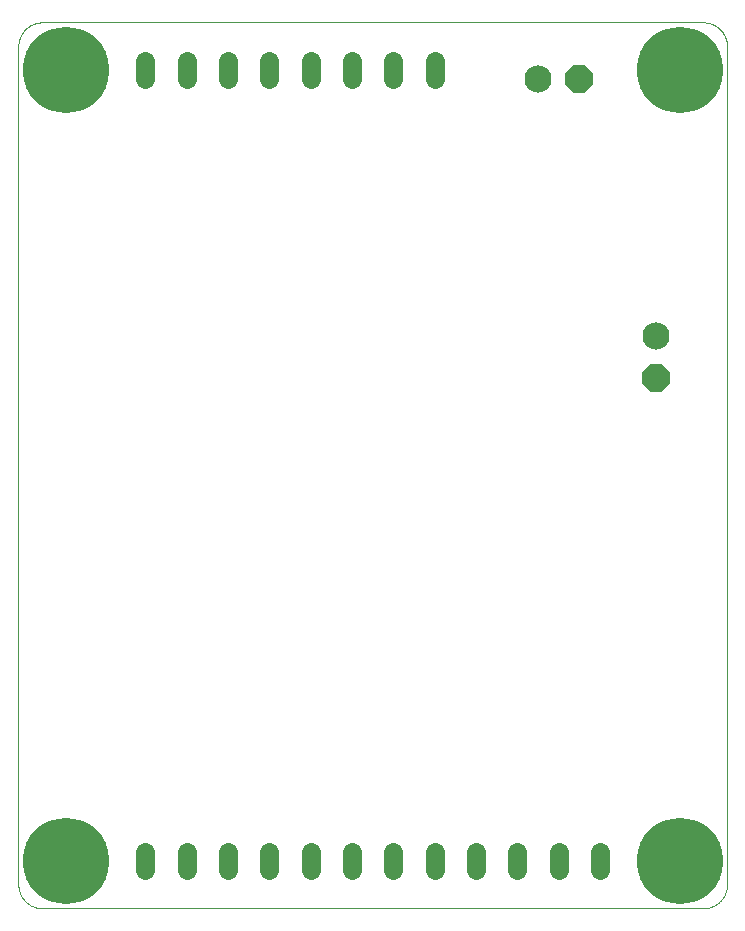
<source format=gbs>
G75*
%MOIN*%
%OFA0B0*%
%FSLAX25Y25*%
%IPPOS*%
%LPD*%
%AMOC8*
5,1,8,0,0,1.08239X$1,22.5*
%
%ADD10C,0.00400*%
%ADD11C,0.09061*%
%ADD12OC8,0.09061*%
%ADD13C,0.06337*%
%ADD14C,0.28746*%
D10*
X0001394Y0009268D02*
X0001394Y0288795D01*
X0001396Y0288985D01*
X0001403Y0289175D01*
X0001415Y0289365D01*
X0001431Y0289555D01*
X0001451Y0289744D01*
X0001477Y0289933D01*
X0001506Y0290121D01*
X0001541Y0290308D01*
X0001580Y0290494D01*
X0001623Y0290679D01*
X0001671Y0290864D01*
X0001723Y0291047D01*
X0001779Y0291228D01*
X0001840Y0291408D01*
X0001906Y0291587D01*
X0001975Y0291764D01*
X0002049Y0291940D01*
X0002127Y0292113D01*
X0002210Y0292285D01*
X0002296Y0292454D01*
X0002386Y0292622D01*
X0002481Y0292787D01*
X0002579Y0292950D01*
X0002682Y0293110D01*
X0002788Y0293268D01*
X0002898Y0293423D01*
X0003011Y0293576D01*
X0003129Y0293726D01*
X0003250Y0293872D01*
X0003374Y0294016D01*
X0003502Y0294157D01*
X0003633Y0294295D01*
X0003768Y0294430D01*
X0003906Y0294561D01*
X0004047Y0294689D01*
X0004191Y0294813D01*
X0004337Y0294934D01*
X0004487Y0295052D01*
X0004640Y0295165D01*
X0004795Y0295275D01*
X0004953Y0295381D01*
X0005113Y0295484D01*
X0005276Y0295582D01*
X0005441Y0295677D01*
X0005609Y0295767D01*
X0005778Y0295853D01*
X0005950Y0295936D01*
X0006123Y0296014D01*
X0006299Y0296088D01*
X0006476Y0296157D01*
X0006655Y0296223D01*
X0006835Y0296284D01*
X0007016Y0296340D01*
X0007199Y0296392D01*
X0007384Y0296440D01*
X0007569Y0296483D01*
X0007755Y0296522D01*
X0007942Y0296557D01*
X0008130Y0296586D01*
X0008319Y0296612D01*
X0008508Y0296632D01*
X0008698Y0296648D01*
X0008888Y0296660D01*
X0009078Y0296667D01*
X0009268Y0296669D01*
X0229740Y0296669D01*
X0229930Y0296667D01*
X0230120Y0296660D01*
X0230310Y0296648D01*
X0230500Y0296632D01*
X0230689Y0296612D01*
X0230878Y0296586D01*
X0231066Y0296557D01*
X0231253Y0296522D01*
X0231439Y0296483D01*
X0231624Y0296440D01*
X0231809Y0296392D01*
X0231992Y0296340D01*
X0232173Y0296284D01*
X0232353Y0296223D01*
X0232532Y0296157D01*
X0232709Y0296088D01*
X0232885Y0296014D01*
X0233058Y0295936D01*
X0233230Y0295853D01*
X0233399Y0295767D01*
X0233567Y0295677D01*
X0233732Y0295582D01*
X0233895Y0295484D01*
X0234055Y0295381D01*
X0234213Y0295275D01*
X0234368Y0295165D01*
X0234521Y0295052D01*
X0234671Y0294934D01*
X0234817Y0294813D01*
X0234961Y0294689D01*
X0235102Y0294561D01*
X0235240Y0294430D01*
X0235375Y0294295D01*
X0235506Y0294157D01*
X0235634Y0294016D01*
X0235758Y0293872D01*
X0235879Y0293726D01*
X0235997Y0293576D01*
X0236110Y0293423D01*
X0236220Y0293268D01*
X0236326Y0293110D01*
X0236429Y0292950D01*
X0236527Y0292787D01*
X0236622Y0292622D01*
X0236712Y0292454D01*
X0236798Y0292285D01*
X0236881Y0292113D01*
X0236959Y0291940D01*
X0237033Y0291764D01*
X0237102Y0291587D01*
X0237168Y0291408D01*
X0237229Y0291228D01*
X0237285Y0291047D01*
X0237337Y0290864D01*
X0237385Y0290679D01*
X0237428Y0290494D01*
X0237467Y0290308D01*
X0237502Y0290121D01*
X0237531Y0289933D01*
X0237557Y0289744D01*
X0237577Y0289555D01*
X0237593Y0289365D01*
X0237605Y0289175D01*
X0237612Y0288985D01*
X0237614Y0288795D01*
X0237614Y0009268D01*
X0237612Y0009078D01*
X0237605Y0008888D01*
X0237593Y0008698D01*
X0237577Y0008508D01*
X0237557Y0008319D01*
X0237531Y0008130D01*
X0237502Y0007942D01*
X0237467Y0007755D01*
X0237428Y0007569D01*
X0237385Y0007384D01*
X0237337Y0007199D01*
X0237285Y0007016D01*
X0237229Y0006835D01*
X0237168Y0006655D01*
X0237102Y0006476D01*
X0237033Y0006299D01*
X0236959Y0006123D01*
X0236881Y0005950D01*
X0236798Y0005778D01*
X0236712Y0005609D01*
X0236622Y0005441D01*
X0236527Y0005276D01*
X0236429Y0005113D01*
X0236326Y0004953D01*
X0236220Y0004795D01*
X0236110Y0004640D01*
X0235997Y0004487D01*
X0235879Y0004337D01*
X0235758Y0004191D01*
X0235634Y0004047D01*
X0235506Y0003906D01*
X0235375Y0003768D01*
X0235240Y0003633D01*
X0235102Y0003502D01*
X0234961Y0003374D01*
X0234817Y0003250D01*
X0234671Y0003129D01*
X0234521Y0003011D01*
X0234368Y0002898D01*
X0234213Y0002788D01*
X0234055Y0002682D01*
X0233895Y0002579D01*
X0233732Y0002481D01*
X0233567Y0002386D01*
X0233399Y0002296D01*
X0233230Y0002210D01*
X0233058Y0002127D01*
X0232885Y0002049D01*
X0232709Y0001975D01*
X0232532Y0001906D01*
X0232353Y0001840D01*
X0232173Y0001779D01*
X0231992Y0001723D01*
X0231809Y0001671D01*
X0231624Y0001623D01*
X0231439Y0001580D01*
X0231253Y0001541D01*
X0231066Y0001506D01*
X0230878Y0001477D01*
X0230689Y0001451D01*
X0230500Y0001431D01*
X0230310Y0001415D01*
X0230120Y0001403D01*
X0229930Y0001396D01*
X0229740Y0001394D01*
X0009268Y0001394D01*
X0009078Y0001396D01*
X0008888Y0001403D01*
X0008698Y0001415D01*
X0008508Y0001431D01*
X0008319Y0001451D01*
X0008130Y0001477D01*
X0007942Y0001506D01*
X0007755Y0001541D01*
X0007569Y0001580D01*
X0007384Y0001623D01*
X0007199Y0001671D01*
X0007016Y0001723D01*
X0006835Y0001779D01*
X0006655Y0001840D01*
X0006476Y0001906D01*
X0006299Y0001975D01*
X0006123Y0002049D01*
X0005950Y0002127D01*
X0005778Y0002210D01*
X0005609Y0002296D01*
X0005441Y0002386D01*
X0005276Y0002481D01*
X0005113Y0002579D01*
X0004953Y0002682D01*
X0004795Y0002788D01*
X0004640Y0002898D01*
X0004487Y0003011D01*
X0004337Y0003129D01*
X0004191Y0003250D01*
X0004047Y0003374D01*
X0003906Y0003502D01*
X0003768Y0003633D01*
X0003633Y0003768D01*
X0003502Y0003906D01*
X0003374Y0004047D01*
X0003250Y0004191D01*
X0003129Y0004337D01*
X0003011Y0004487D01*
X0002898Y0004640D01*
X0002788Y0004795D01*
X0002682Y0004953D01*
X0002579Y0005113D01*
X0002481Y0005276D01*
X0002386Y0005441D01*
X0002296Y0005609D01*
X0002210Y0005778D01*
X0002127Y0005950D01*
X0002049Y0006123D01*
X0001975Y0006299D01*
X0001906Y0006476D01*
X0001840Y0006655D01*
X0001779Y0006835D01*
X0001723Y0007016D01*
X0001671Y0007199D01*
X0001623Y0007384D01*
X0001580Y0007569D01*
X0001541Y0007755D01*
X0001506Y0007942D01*
X0001477Y0008130D01*
X0001451Y0008319D01*
X0001431Y0008508D01*
X0001415Y0008698D01*
X0001403Y0008888D01*
X0001396Y0009078D01*
X0001394Y0009268D01*
D11*
X0213894Y0192033D03*
X0174504Y0277644D03*
D12*
X0188283Y0277644D03*
X0213894Y0178254D03*
D13*
X0140173Y0277953D02*
X0140173Y0283890D01*
X0126394Y0283890D02*
X0126394Y0277953D01*
X0112614Y0277953D02*
X0112614Y0283890D01*
X0098835Y0283890D02*
X0098835Y0277953D01*
X0085055Y0277953D02*
X0085055Y0283890D01*
X0071276Y0283890D02*
X0071276Y0277953D01*
X0057496Y0277953D02*
X0057496Y0283890D01*
X0043717Y0283890D02*
X0043717Y0277953D01*
X0043717Y0020110D02*
X0043717Y0014173D01*
X0057496Y0014173D02*
X0057496Y0020110D01*
X0071276Y0020110D02*
X0071276Y0014173D01*
X0085055Y0014173D02*
X0085055Y0020110D01*
X0098835Y0020110D02*
X0098835Y0014173D01*
X0112614Y0014173D02*
X0112614Y0020110D01*
X0126394Y0020110D02*
X0126394Y0014173D01*
X0140173Y0014173D02*
X0140173Y0020110D01*
X0153953Y0020110D02*
X0153953Y0014173D01*
X0167732Y0014173D02*
X0167732Y0020110D01*
X0181512Y0020110D02*
X0181512Y0014173D01*
X0195291Y0014173D02*
X0195291Y0020110D01*
D14*
X0221866Y0017142D03*
X0017142Y0017142D03*
X0017142Y0280921D03*
X0221866Y0280921D03*
M02*

</source>
